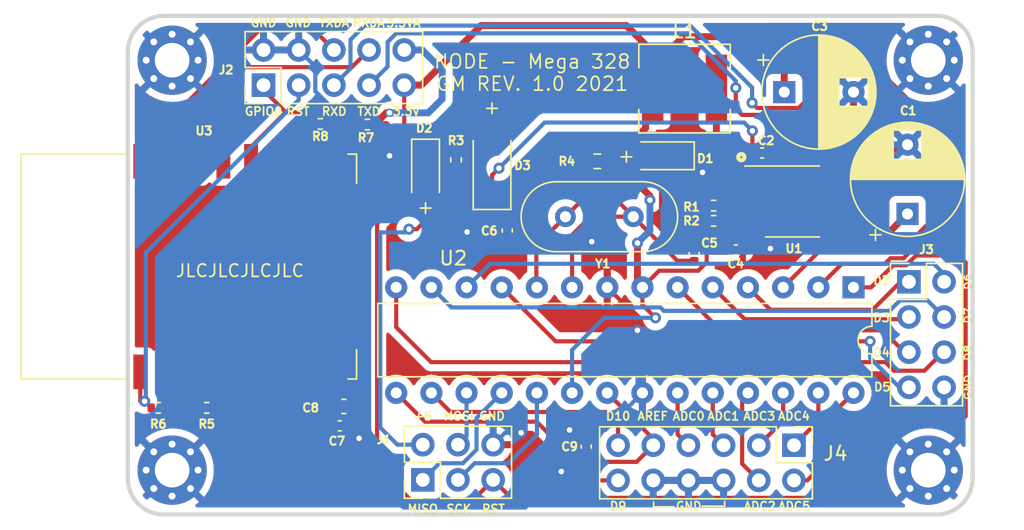
<source format=kicad_pcb>
(kicad_pcb (version 20211014) (generator pcbnew)
  (layers (0 "F.Cu" signal) (31 "B.Cu" signal) (34 "B.Paste" user) (35 "F.Paste" user) (36 "B.SilkS" user "B.Silkscreen") (37 "F.SilkS" user "F.Silkscreen") (38 "B.Mask" user) (39 "F.Mask" user) (44 "Edge.Cuts" user))
  (net 0 "")
  (net 1 "GND")
  (net 2 "+12V")
  (net 3 "+3V3")
  (net 4 "/XTAL1")
  (net 5 "/XTAL2")
  (net 6 "+3.3VA")
  (net 7 "/AREF")
  (net 8 "Net-(D1-Pad1)")
  (net 9 "/RESET")
  (net 10 "+5V")
  (net 11 "/MOSI")
  (net 12 "/SCK")
  (net 13 "/MISO")
  (net 14 "/RXDA")
  (net 15 "/TXD")
  (net 16 "/TXDA")
  (net 17 "/RXD")
  (net 18 "/RST")
  (net 19 "/GPIO0")
  (net 20 "/D10")
  (net 21 "/D9")
  (net 22 "/D8")
  (net 23 "/ADC5")
  (net 24 "/D7")
  (net 25 "/ADC4")
  (net 26 "/D6")
  (net 27 "/ADC3")
  (net 28 "/D5")
  (net 29 "/ADC2")
  (net 30 "/D4")
  (net 31 "/ADC1")
  (net 32 "/D3")
  (net 33 "/ADC0")
  (net 34 "/D2")
  (net 35 "Net-(R1-Pad1)")
  (net 36 "/EN")
  (net 37 "Net-(R8-Pad1)")
  (footprint "Capacitor_THT:CP_Radial_D8.0mm_P5.00mm" (layer "F.Cu") (at 165.3 93.3 90)
    (fp_text reference "C1")
    (fp_text value "470uF/35V")
  )
  (footprint "Capacitor_SMD:C_0402_1005Metric" (layer "F.Cu") (at 154.8 88.9)
    (fp_text reference "C2")
    (fp_text value "100nF")
  )
  (footprint "Capacitor_THT:CP_Radial_D8.0mm_P5.00mm" (layer "F.Cu") (at 156.4 84.5)
    (fp_text reference "C3")
    (fp_text value "330uF/35V")
  )
  (footprint "Capacitor_SMD:C_0402_1005Metric" (layer "F.Cu") (at 152.9 95.9)
    (fp_text reference "C4")
    (fp_text value "100nF")
  )
  (footprint "Capacitor_SMD:C_0402_1005Metric" (layer "F.Cu") (at 149.9 96.2 90)
    (fp_text reference "C5")
    (fp_text value "22pF")
  )
  (footprint "Capacitor_SMD:C_0402_1005Metric" (layer "F.Cu") (at 136.4 94.5 -90)
    (fp_text reference "C6")
    (fp_text value "22pF")
  )
  (footprint "Capacitor_SMD:C_0402_1005Metric" (layer "F.Cu") (at 124.3 108.6)
    (fp_text reference "C7")
    (fp_text value "100nF")
  )
  (footprint "Capacitor_SMD:C_0402_1005Metric" (layer "F.Cu") (at 142.1 110.1 90)
    (fp_text reference "C9")
    (fp_text value "100nF")
  )
  (footprint "Diode_SMD:D_SOD-123F" (layer "F.Cu") (at 147.7 89.1 180)
    (fp_text reference "D1")
    (fp_text value "B5819W")
  )
  (footprint "Diode_SMD:D_SOD-123F" (layer "F.Cu") (at 130.5 90.1 -90)
    (fp_text reference "D2")
    (fp_text value "1N4148")
  )
  (footprint "Diode_SMD:D_SOD-128" (layer "F.Cu") (at 135.3 89.9 90)
    (fp_text reference "D3")
    (fp_text value "M7")
  )
  (footprint "MountingHole:MountingHole_2.5mm_Pad_Via" (layer "F.Cu") (at 166.8 111.8)
    (fp_text reference "H1")
    (fp_text value "MountingHole_Pad")
  )
  (footprint "MountingHole:MountingHole_2.5mm_Pad_Via" (layer "F.Cu") (at 112.2 111.8)
    (fp_text reference "H2")
    (fp_text value "MountingHole_Pad")
  )
  (footprint "MountingHole:MountingHole_2.5mm_Pad_Via" (layer "F.Cu") (at 166.8 82.2)
    (fp_text reference "H3")
    (fp_text value "MountingHole_Pad")
  )
  (footprint "MountingHole:MountingHole_2.5mm_Pad_Via" (layer "F.Cu") (at 112.2 82.2)
    (fp_text reference "H4")
    (fp_text value "MountingHole_Pad")
  )
  (footprint "Connector_PinHeader_2.54mm:PinHeader_2x05_P2.54mm_Vertical" (layer "F.Cu") (at 118.8 84 90)
    (fp_text reference "J2")
    (fp_text value "ESP Prog")
  )
  (footprint "JLCPCB:L_6.0x6.0x4.5-SWPA-Sunlord" (layer "F.Cu") (at 149.2 84.25 180)
    (fp_text reference "L1")
    (fp_text value "47uH/2A")
  )
  (footprint "Resistor_SMD:R_0402_1005Metric" (layer "F.Cu") (at 151.3 92.7 180)
    (fp_text reference "R1")
    (fp_text value "1k")
  )
  (footprint "Resistor_SMD:R_0402_1005Metric" (layer "F.Cu") (at 151.3 93.8)
    (fp_text reference "R2")
    (fp_text value "1.8k")
  )
  (footprint "Resistor_SMD:R_0402_1005Metric" (layer "F.Cu") (at 132.7 89.4 -90)
    (fp_text reference "R3")
    (fp_text value "10k")
  )
  (footprint "Resistor_SMD:R_0603_1608Metric" (layer "F.Cu") (at 142.9 89.5)
    (fp_text reference "R4")
    (fp_text value "1M")
  )
  (footprint "Resistor_SMD:R_0402_1005Metric" (layer "F.Cu") (at 114.7 107.3 180)
    (fp_text reference "R5")
    (fp_text value "10k")
  )
  (footprint "Resistor_SMD:R_0402_1005Metric" (layer "F.Cu") (at 111.2 107.3 180)
    (fp_text reference "R6")
    (fp_text value "10k")
  )
  (footprint "Resistor_SMD:R_0402_1005Metric" (layer "F.Cu") (at 126.3 86.85 180)
    (fp_text reference "R7")
    (fp_text value "10k")
  )
  (footprint "Resistor_SMD:R_0402_1005Metric" (layer "F.Cu") (at 122.9 86.8)
    (fp_text reference "R8")
    (fp_text value "10k")
  )
  (footprint "Package_SO:SOP-8_3.9x4.9mm_P1.27mm" (layer "F.Cu") (at 157 92.4)
    (fp_text reference "U1")
    (fp_text value "XL1509-ADJE1")
  )
  (footprint "RF_Module:ESP-12E" (layer "F.Cu") (at 113.4 97.1 90)
    (fp_text reference "U3")
    (fp_text value "ESP-12F")
  )
  (footprint "Capacitor_SMD:C_0603_1608Metric" (layer "F.Cu") (at 124.6 107.2)
    (fp_text reference "C8")
    (fp_text value "10uF")
  )
  (footprint "Package_DIP:DIP-28_W7.62mm" (layer "F.Cu") (at 161.4 98.6 -90)
    (fp_text reference "U2")
    (fp_text value "ATmega328P-PU")
  )
  (footprint "Connector_PinHeader_2.54mm:PinHeader_2x03_P2.54mm_Vertical" (layer "F.Cu") (at 130.3 112.5 90)
    (fp_text reference "J1")
    (fp_text value "ICSP")
  )
  (footprint "Crystal:Crystal_HC18-U_Vertical" (layer "F.Cu") (at 145.5 93.5 180)
    (fp_text reference "Y1")
    (fp_text value "16Mhz")
  )
  (footprint "Connector_PinHeader_2.54mm:PinHeader_2x04_P2.54mm_Vertical" (layer "F.Cu") (at 165.4 98.2)
    (fp_text reference "J3")
    (fp_text value "GPIO1")
  )
  (footprint "Connector_PinHeader_2.54mm:PinHeader_2x06_P2.54mm_Vertical" (layer "F.Cu") (at 157.1 110 -90)
    (fp_text reference "J4")
    (fp_text value "GPIO2")
  )
  (gr_line (start 146.9644 114.0968) (end 146.9644 114.4524) (layer "F.SilkS") (width 0.12))
  (gr_circle (center 153.3 89.2) (end 153.523607 89.2) (layer "F.SilkS") (width 0.3) (fill none))
  (gr_line (start 150.4696 114.4016) (end 152.0952 114.4016) (layer "F.SilkS") (width 0.12))
  (gr_line (start 146.9644 114.4524) (end 148.4376 114.4524) (layer "F.SilkS") (width 0.12))
  (gr_line (start 152.0952 114.4016) (end 152.0952 114.046) (layer "F.SilkS") (width 0.12))
  (gr_line (start 109 112.4) (end 109 81.6) (layer "Edge.Cuts") (width 0.3))
  (gr_arc (start 167.4 79) (mid 169.238478 79.761522) (end 170 81.6) (layer "Edge.Cuts") (width 0.3))
  (gr_arc (start 170 112.4) (mid 169.238478 114.238478) (end 167.4 115) (layer "Edge.Cuts") (width 0.3))
  (gr_arc (start 111.6 115) (mid 109.761522 114.238478) (end 109 112.4) (layer "Edge.Cuts") (width 0.3))
  (gr_arc (start 109 81.6) (mid 109.761522 79.761522) (end 111.6 79) (layer "Edge.Cuts") (width 0.3))
  (gr_line (start 111.6 79) (end 167.4 79) (layer "Edge.Cuts") (width 0.3))
  (gr_line (start 170 81.6) (end 170 112.4) (layer "Edge.Cuts") (width 0.3))
  (gr_line (start 167.4 115) (end 111.6 115) (layer "Edge.Cuts") (width 0.3))
  (gr_text "RST" (at 135.4 114.6) (layer "F.SilkS") (effects (font (size 0.6 0.6) (thickness 0.125))))
  (gr_text "SCK" (at 132.9 114.6) (layer "F.SilkS") (effects (font (size 0.6 0.6) (thickness 0.125))))
  (gr_text "MISO" (at 130.3 114.6) (layer "F.SilkS") (effects (font (size 0.6 0.6) (thickness 0.125))))
  (gr_text "+5" (at 130.3 107.9) (layer "F.SilkS") (effects (font (size 0.6 0.6) (thickness 0.125))))
  (gr_text "MOSI" (at 132.9 107.9) (layer "F.SilkS") (effects (font (size 0.6 0.6) (thickness 0.125))))
  (gr_text "GND" (at 135.3 107.9) (layer "F.SilkS") (effects (font (size 0.6 0.6) (thickness 0.125))))
  (gr_text "+" (at 135.3 85.6) (layer "F.SilkS") (effects (font (size 1 1) (thickness 0.125))))
  (gr_text "+" (at 145 89.1) (layer "F.SilkS") (effects (font (size 1 1) (thickness 0.125))))
  (gr_text "+" (at 130.5 92.8) (layer "F.SilkS") (effects (font (size 1 1) (thickness 0.125))))
  (gr_text "D10" (at 144.4 107.9) (layer "F.SilkS") (effects (font (size 0.6 0.6) (thickness 0.125))))
  (gr_text "AREF" (at 146.9 107.9) (layer "F.SilkS") (effects (font (size 0.6 0.6) (thickness 0.125))))
  (gr_text "ADC0" (at 149.5 107.9) (layer "F.SilkS") (effects (font (size 0.6 0.6) (thickness 0.125))))
  (gr_text "ADC1" (at 152 107.9) (layer "F.SilkS") (effects (font (size 0.6 0.6) (thickness 0.125))))
  (gr_text "ADC3" (at 154.6 107.9) (layer "F.SilkS") (effects (font (size 0.6 0.6) (thickness 0.125))))
  (gr_text "ADC4" (at 157.1 107.9) (layer "F.SilkS") (effects (font (size 0.6 0.6) (thickness 0.125))))
  (gr_text "ADC5" (at 157.1244 114.4016) (layer "F.SilkS") (effects (font (size 0.6 0.6) (thickness 0.125))))
  (gr_text "ADC2" (at 154.6352 114.4016) (layer "F.SilkS") (effects (font (size 0.6 0.6) (thickness 0.125))))
  (gr_text "D9" (at 144.4 114.4016) (layer "F.SilkS") (effects (font (size 0.6 0.6) (thickness 0.125))))
  (gr_text "D2" (at 163.4236 98.1) (layer "F.SilkS") (effects (font (size 0.6 0.6) (thickness 0.125))))
  (gr_text "D3" (at 163.4236 100.8) (layer "F.SilkS") (effects (font (size 0.6 0.6) (thickness 0.125))))
  (gr_text "D4" (at 163.4236 103.3) (layer "F.SilkS") (effects (font (size 0.6 0.6) (thickness 0.125))))
  (gr_text "D5" (at 163.4744 105.8) (layer "F.SilkS") (effects (font (size 0.6 0.6) (thickness 0.125))))
  (gr_text "D8" (at 169.6212 103.3272 90) (layer "F.SilkS") (effects (font (size 0.4 0.6) (thickness 0.1))))
  (gr_text "D7" (at 169.6212 100.6348 90) (layer "F.SilkS") (effects (font (size 0.4 0.6) (thickness 0.1))))
  (gr_text "D6" (at 169.6212 98.1964 90) (layer "F.SilkS") (effects (font (size 0.4 0.6) (thickness 0.1))))
  (gr_text "GND" (at 169.6212 105.8164 90) (layer "F.SilkS") (effects (font (size 0.4 0.6) (thickness 0.1))))
  (gr_text "GND" (at 118.8 79.5) (layer "F.SilkS") (effects (font (size 0.6 0.6) (thickness 0.125))))
  (gr_text "GND" (at 121.3 79.5) (layer "F.SilkS") (effects (font (size 0.6 0.6) (thickness 0.125))))
  (gr_text "TXDA" (at 123.9 79.5) (layer "F.SilkS") (effects (font (size 0.6 0.6) (thickness 0.125))))
  (gr_text "RXDA" (at 126.4 79.5) (layer "F.SilkS") (effects (font (size 0.6 0.6) (thickness 0.125))))
  (gr_text "3.3VA" (at 128.9 79.5) (layer "F.SilkS") (effects (font (size 0.6 0.6) (thickness 0.125))))
  (gr_text "GPIO0" (at 118.8 85.9) (layer "F.SilkS") (effects (font (size 0.6 0.6) (thickness 0.125))))
  (gr_text "RST" (at 121.3 85.9) (layer "F.SilkS") (effects (font (size 0.6 0.6) (thickness 0.125))))
  (gr_text "RXD" (at 123.9 85.9) (layer "F.SilkS") (effects (font (size 0.6 0.6) (thickness 0.125))))
  (gr_text "TXD" (at 126.4 85.9) (layer "F.SilkS") (effects (font (size 0.6 0.6) (thickness 0.125))))
  (gr_text "3.3V" (at 129.1 85.9) (layer "F.SilkS") (effects (font (size 0.6 0.6) (thickness 0.125))))
  (gr_text "NODE - Mega 328\nGM REV. 1.0 2021" (at 138.2 83.1) (layer "F.SilkS") (effects (font (size 1 1) (thickness 0.125))))
  (gr_text "JLCJLCJLCJLC" (at 117.1 97.4) (layer "F.SilkS") (effects (font (size 0.9 0.9) (thickness 0.125))))
  (gr_text "GND" (at 149.5044 114.4016) (layer "F.SilkS") (effects (font (size 0.6 0.6) (thickness 0.125))))
  (segment (start 157.7 88.9) (end 159.295 90.495) (width 0.5) (layer "F.Cu") (net 1))
  (segment (start 159.625 90.495) (end 160.605 90.495) (width 0.5) (layer "F.Cu") (net 1))
  (segment (start 153.48 95.8) (end 153.38 95.9) (width 0.5) (layer "F.Cu") (net 1))
  (segment (start 159.295 90.495) (end 159.625 90.495) (width 0.5) (layer "F.Cu") (net 1))
  (segment (start 150.5 90.3) (end 150.5 92.41) (width 0.5) (layer "F.Cu") (net 1))
  (segment (start 147.5 90.3) (end 146.3 89.1) (width 0.5) (layer "F.Cu") (net 1))
  (segment (start 143.62 98.6) (end 143.62 96.42) (width 0.5) (layer "F.Cu") (net 1))
  (segment (start 155.28 88.9) (end 157.7 88.9) (width 0.5) (layer "F.Cu") (net 1))
  (segment (start 133.5 94.6) (end 134.2 95.3) (width 0.5) (layer "F.Cu") (net 1))
  (segment (start 137.4 109.1) (end 140.2 111.9) (width 0.3) (layer "F.Cu") (net 1))
  (segment (start 121.34 81.46) (end 118.8 81.46) (width 0.3) (layer "F.Cu") (net 1))
  (segment (start 143.62 98.6) (end 145.8 100.78) (width 0.3) (layer "F.Cu") (net 1))
  (segment (start 125.375 107.2) (end 125.375 108.005) (width 0.5) (layer "F.Cu") (net 1))
  (segment (start 125.68 109.5) (end 124.78 108.6) (width 0.3) (layer "F.Cu") (net 1))
  (segment (start 159.625 90.495) (end 159.625 94.305) (width 0.5) (layer "F.Cu") (net 1))
  (segment (start 134.2 95.3) (end 136.08 95.3) (width 0.5) (layer "F.Cu") (net 1))
  (segment (start 127.9 89.1) (end 124.3 89.1) (width 0.5) (layer "F.Cu") (net 1))
  (segment (start 149.9 95.72) (end 148.82 95.72) (width 0.3) (layer "F.Cu") (net 1))
  (segment (start 165 88.6) (end 165.3 88.3) (width 0.5) (layer "F.Cu") (net 1))
  (segment (start 140.9 108.9) (end 141.38 108.9) (width 0.5) (layer "F.Cu") (net 1))
  (segment (start 161.4 87.5) (end 162.5 88.6) (width 0.5) (layer "F.Cu") (net 1))
  (segment (start 149.3 90.3) (end 147.5 90.3) (width 0.5) (layer "F.Cu") (net 1))
  (segment (start 125.7 109.5) (end 125.68 109.5) (width 0.3) (layer "F.Cu") (net 1))
  (segment (start 141.38 108.9) (end 142.1 109.62) (width 0.5) (layer "F.Cu") (net 1))
  (segment (start 161.4 84.5) (end 161.4 87.5) (width 0.5) (layer "F.Cu") (net 1))
  (segment (start 140.2 111.9) (end 140.3 111.9) (width 0.3) (layer "F.Cu") (net 1))
  (segment (start 143.62 96.42) (end 142.5 95.3) (width 0.5) (layer "F.Cu") (net 1))
  (segment (start 150.5 92.41) (end 150.79 92.7) (width 0.5) (layer "F.Cu") (net 1))
  (segment (start 145.8 100.78) (end 145.8 101.7) (width 0.3) (layer "F.Cu") (net 1))
  (segment (start 147.5 94.4) (end 147.5 90.3) (width 0.3) (layer "F.Cu") (net 1))
  (segment (start 136.08 95.3) (end 136.4 94.98) (width 0.5) (layer "F.Cu") (net 1))
  (segment (start 148.82 95.72) (end 147.5 94.4) (width 0.3) (layer "F.Cu") (net 1))
  (segment (start 155.4 95.8) (end 153.48 95.8) (width 0.5) (layer "F.Cu") (net 1))
  (segment (start 124.3 89.1) (end 123.9 89.5) (width 0.5) (layer "F.Cu") (net 1))
  (segment (start 150.5 90.3) (end 149.3 90.3) (width 0.5) (layer "F.Cu") (net 1))
  (segment (start 162.5 88.6) (end 165 88.6) (width 0.5) (layer "F.Cu") (net 1))
  (segment (start 160.605 90.495) (end 162.5 88.6) (width 0.5) (layer "F.Cu") (net 1))
  (segment (start 125.375 108.005) (end 124.78 108.6) (width 0.5) (layer "F.Cu") (net 1))
  (via (at 125.7 109.5) (size 0.8) (drill 0.4) (layers "F.Cu" "B.Cu") (net 1))
  (via (at 140.9 108.9) (size 0.8) (drill 0.4) (layers "F.Cu" "B.Cu") (net 1))
  (via (at 155.4 95.8) (size 0.8) (drill 0.4) (layers "F.Cu" "B.Cu") (net 1))
  (via (at 137.4 109.1) (size 0.8) (drill 0.4) (layers "F.Cu" "B.Cu") (net 1))
  (via (at 150.5 90.3) (size 0.8) (drill 0.4) (layers "F.Cu" "B.Cu") (net 1))
  (via (at 133.5 94.6) (size 0.8) (drill 0.4) (layers "F.Cu" "B.Cu") (net 1))
  (via (at 127.9 89.1) (size 0.8) (drill 0.4) (layers "F.Cu" "B.Cu") (net 1))
  (via (at 140.3 111.9) (size 0.8) (drill 0.4) (layers "F.Cu" "B.Cu") (net 1))
  (via (at 145.8 101.7) (size 0.8) (drill 0.4) (layers "F.Cu" "B.Cu") (net 1))
  (via (at 142.5 95.3) (size 0.8) (drill 0.4) (layers "F.Cu" "B.Cu") (net 1))
  (segment (start 139.2 90.3) (end 138 91.5) (width 0.5) (layer "B.Cu") (net 1))
  (segment (start 127.9 89.1) (end 127.9 88.2) (width 0.3) (layer "B.Cu") (net 1))
  (segment (start 138 91.5) (end 136.2 91.5) (width 0.5) (layer "B.Cu") (net 1))
  (segment (start 137.7 114.5) (end 128.9 114.5) (width 0.3) (layer "B.Cu") (net 1))
  (segment (start 158.5 88.3) (end 156.9 89.9) (width 0.5) (layer "B.Cu") (net 1))
  (segment (start 137.4 109.1) (end 136.24 109.1) (width 0.3) (layer "B.Cu") (net 1))
  (segment (start 123.603998 85.5) (end 122.540001 84.436003) (width 0.3) (layer "B.Cu") (net 1))
  (segment (start 155.7 95.8) (end 155.4 95.8) (width 0.5) (layer "B.Cu") (net 1))
  (segment (start 131.3 94.6) (end 128 91.3) (width 0.5) (layer "B.Cu") (net 1))
  (segment (start 145.8 105.86) (end 146.16 106.22) (width 0.3) (layer "B.Cu") (net 1))
  (segment (start 140.9 111.3) (end 137.7 114.5) (width 0.3) (layer "B.Cu") (net 1))
  (segment (start 165.3 88.3) (end 158.5 88.3) (width 0.5) (layer "B.Cu") (net 1))
  (segment (start 125.7 111.3) (end 125.7 109.5) (width 0.3) (layer "B.Cu") (net 1))
  (segment (start 136.24 109.1) (end 135.38 109.96) (width 0.3) (layer "B.Cu") (net 1))
  (segment (start 156.9 94.6) (end 155.7 95.8) (width 0.5) (layer "B.Cu") (net 1))
  (segment (start 140.9 108.9) (end 140.9 111.3) (width 0.3) (layer "B.Cu") (net 1))
  (segment (start 142.5 95.3) (end 134.2 95.3) (width 0.5) (layer "B.Cu") (net 1))
  (segment (start 122.540001 84.436003) (end 122.540001 82.660001) (width 0.3) (layer "B.Cu") (net 1))
  (segment (start 156.9 89.9) (end 150.8 89.9) (width 0.5) (layer "B.Cu") (net 1))
  (segment (start 136.2 91.5) (end 133.5 94.2) (width 0.5) (layer "B.Cu") (net 1))
  (segment (start 128.9 114.5) (end 125.7 111.3) (width 0.3) (layer "B.Cu") (net 1))
  (segment (start 128 89.2) (end 127.9 89.1) (width 0.5) (layer "B.Cu") (net 1))
  (segment (start 133.5 94.6) (end 131.3 94.6) (width 0.5) (layer "B.Cu") (net 1))
  (segment (start 143.48 108.9) (end 140.9 108.9) (width 0.3) (layer "B.Cu") (net 1))
  (segment (start 127.9 88.2) (end 125.2 85.5) (width 0.3) (layer "B.Cu") (net 1))
  (segment (start 133.5 94.2) (end 133.5 94.6) (width 0.5) (layer "B.Cu") (net 1))
  (segment (start 145.8 101.7) (end 145.8 105.86) (width 0.3) (layer "B.Cu") (net 1))
  (segment (start 150.8 89.9) (end 150.5 90.2) (width 0.5) (layer "B.Cu") (net 1))
  (segment (start 125.2 85.5) (end 123.603998 85.5) (width 0.3) (layer "B.Cu") (net 1))
  (segment (start 146.16 106.22) (end 143.48 108.9) (width 0.3) (layer "B.Cu") (net 1))
  (segment (start 128 91.3) (end 128 89.2) (width 0.5) (layer "B.Cu") (net 1))
  (segment (start 156.9 89.9) (end 156.9 94.6) (width 0.5) (layer "B.Cu") (net 1))
  (segment (start 150.5 90.3) (end 139.2 90.3) (width 0.5) (layer "B.Cu") (net 1))
  (segment (start 150.5 90.2) (end 150.5 90.3) (width 0.5) (layer "B.Cu") (net 1))
  (segment (start 122.540001 82.660001) (end 121.34 81.46) (width 0.3) (layer "B.Cu") (net 1))
  (segment (start 134.2 95.3) (end 133.5 94.6) (width 0.5) (layer "B.Cu") (net 1))
  (segment (start 156.095 92.823475) (end 158.671491 95.399966) (width 0.5) (layer "F.Cu") (net 2))
  (segment (start 158.671491 95.399966) (end 163.200034 95.399966) (width 0.5) (layer "F.Cu") (net 2))
  (segment (start 154.32 90.44) (end 154.375 90.495) (width 0.5) (layer "F.Cu") (net 2))
  (segment (start 154.375 90.495) (end 155.2 90.495) (width 0.5) (layer "F.Cu") (net 2))
  (segment (start 135.3 92.1) (end 135.3 90.5) (width 0.3) (layer "F.Cu") (net 2))
  (segment (start 154.32 88.9) (end 154.32 90.44) (width 0.5) (layer "F.Cu") (net 2))
  (segment (start 135.3 90.5) (end 135.8 90) (width 0.3) (layer "F.Cu") (net 2))
  (segment (start 155.2 90.495) (end 156.095 91.39) (width 0.5) (layer "F.Cu") (net 2))
  (segment (start 163.200034 95.399966) (end 165.3 93.3) (width 0.5) (layer "F.Cu") (net 2))
  (segment (start 154.1 87.3) (end 154.1 88.68) (width 0.3) (layer "F.Cu") (net 2))
  (segment (start 156.095 91.39) (end 156.095 92.823475) (width 0.5) (layer "F.Cu") (net 2))
  (segment (start 154.1 88.68) (end 154.32 88.9) (width 0.3) (layer "F.Cu") (net 2))
  (via (at 135.8 90) (size 0.8) (drill 0.4) (layers "F.Cu" "B.Cu") (net 2))
  (via (at 154.1 87.3) (size 0.8) (drill 0.4) (layers "F.Cu" "B.Cu") (net 2))
  (segment (start 153.5 86.7) (end 154.1 87.3) (width 0.3) (layer "B.Cu") (net 2))
  (segment (start 139.1 86.7) (end 153.5 86.7) (width 0.3) (layer "B.Cu") (net 2))
  (segment (start 135.8 90) (end 139.1 86.7) (width 0.3) (layer "B.Cu") (net 2))
  (segment (start 128.96 87.16) (end 130.5 88.7) (width 0.3) (layer "F.Cu") (net 3))
  (segment (start 145 79.7) (end 146.9 81.6) (width 0.5) (layer "F.Cu") (net 3))
  (segment (start 146.389998 84.760002) (end 146.9 84.25) (width 0.5) (layer "F.Cu") (net 3))
  (segment (start 152.22 96.1) (end 152.42 95.9) (width 0.3) (layer "F.Cu") (net 3))
  (segment (start 132.51 88.7) (end 132.7 88.89) (width 0.3) (layer "F.Cu") (net 3))
  (segment (start 150.79 93.8) (end 150.79 96.09) (width 0.3) (layer "F.Cu") (net 3))
  (segment (start 146.7 92) (end 146.7 92.3) (width 0.5) (layer "F.Cu") (net 3))
  (segment (start 150.8 96.78298) (end 150.18298 97.4) (width 0.3) (layer "F.Cu") (net 3))
  (segment (start 130.2 84) (end 134.5 79.7) (width 0.5) (layer "F.Cu") (net 3))
  (segment (start 128.96 84) (end 130.2 84) (width 0.5) (layer "F.Cu") (net 3))
  (segment (start 150.18298 97.4) (end 147.36 97.4) (width 0.3) (layer "F.Cu") (net 3))
  (segment (start 146.9 81.6) (end 146.9 84.25) (width 0.5) (layer "F.Cu") (net 3))
  (segment (start 149.1 80.5) (end 154.9 80.5) (width 0.5) (layer "F.Cu") (net 3))
  (segment (start 145.8 98.24) (end 146.16 98.6) (width 0.5) (layer "F.Cu") (net 3))
  (segment (start 128.96 84) (end 128.96 87.16) (width 0.3) (layer "F.Cu") (net 3))
  (segment (start 130.5 88.7) (end 132.51 88.7) (width 0.3) (layer "F.Cu") (net 3))
  (segment (start 146.16 99.86) (end 147.1 100.8) (width 0.3) (layer "F.Cu") (net 3))
  (segment (start 147.36 97.4) (end 146.16 98.6) (width 0.3) (layer "F.Cu") (net 3))
  (segment (start 146.389998 87.1) (end 145.1 88.389998) (width 0.5) (layer "F.Cu") (net 3))
  (segment (start 156.4 82) (end 156.4 84.5) (width 0.5) (layer "F.Cu") (net 3))
  (segment (start 150.79 96.09) (end 150.8 96.1) (width 0.3) (layer "F.Cu") (net 3))
  (segment (start 150.8 96.1) (end 152.22 96.1) (width 0.3) (layer "F.Cu") (net 3))
  (segment (start 154.9 80.5) (end 156.4 82) (width 0.5) (layer "F.Cu") (net 3))
  (segment (start 146.9 82.7) (end 149.1 80.5) (width 0.5) (layer "F.Cu") (net 3))
  (segment (start 145.1 88.389998) (end 145.1 90.4) (width 0.5) (layer "F.Cu") (net 3))
  (segment (start 145.1 90.4) (end 146.7 92) (width 0.5) (layer "F.Cu") (net 3))
  (segment (start 146.389998 87.1) (end 146.389998 84.760002) (width 0.5) (layer "F.Cu") (net 3))
  (segment (start 146.16 98.6) (end 146.16 99.86) (width 0.3) (layer "F.Cu") (net 3))
  (segment (start 145.8 95.4) (end 145.8 98.24) (width 0.5) (layer "F.Cu") (net 3))
  (segment (start 134.5 79.7) (end 145 79.7) (width 0.5) (layer "F.Cu") (net 3))
  (segment (start 150.8 96.1) (end 150.8 96.78298) (width 0.3) (layer "F.Cu") (net 3))
  (via (at 146.7 92.3) (size 0.8) (drill 0.4) (layers "F.Cu" "B.Cu") (net 3))
  (via (at 145.8 95.4) (size 0.8) (drill 0.4) (layers "F.Cu" "B.Cu") (net 3))
  (via (at 147.1 100.8) (size 0.8) (drill 0.4) (layers "F.Cu" "B.Cu") (net 3))
  (segment (start 146.7 94.5) (end 145.8 95.4) (width 0.5) (layer "B.Cu") (net 3))
  (segment (start 146.7 92.3) (end 146.7 94.5) (width 0.5) (layer "B.Cu") (net 3))
  (segment (start 141.08 103.12) (end 141.08 106.22) (width 0.3) (layer "B.Cu") (net 3))
  (segment (start 147.1 100.8) (end 143.4 100.8) (width 0.3) (layer "B.Cu") (net 3))
  (segment (start 143.4 100.8) (end 141.08 103.12) (width 0.3) (layer "B.Cu") (net 3))
  (segment (start 149.9 96.68) (end 148.68 96.68) (width 0.3) (layer "F.Cu") (net 4))
  (segment (start 141.08 94.82) (end 141.08 98.6) (width 0.3) (layer "F.Cu") (net 4))
  (segment (start 145.5 93.5) (end 142.4 93.5) (width 0.3) (layer "F.Cu") (net 4))
  (segment (start 143.725 91.725) (end 145.5 93.5) (width 0.3) (layer "F.Cu") (net 4))
  (segment (start 143.725 89.5) (end 143.725 91.725) (width 0.3) (layer "F.Cu") (net 4))
  (segment (start 142.4 93.5) (end 141.08 94.82) (width 0.3) (layer "F.Cu") (net 4))
  (segment (start 148.68 96.68) (end 145.5 93.5) (width 0.3) (layer "F.Cu") (net 4))
  (segment (start 142.075 92.025) (end 140.6 93.5) (width 0.3) (layer "F.Cu") (net 5))
  (segment (start 138.5 98.56) (end 138.54 98.6) (width 0.3) (layer "F.Cu") (net 5))
  (segment (start 136.92 94.02) (end 138.5 95.6) (width 0.3) (layer "F.Cu") (net 5))
  (segment (start 138.5 95.6) (end 140.6 93.5) (width 0.3) (layer "F.Cu") (net 5))
  (segment (start 142.075 89.5) (end 142.075 92.025) (width 0.3) (layer "F.Cu") (net 5))
  (segment (start 136.4 94.02) (end 136.92 94.02) (width 0.3) (layer "F.Cu") (net 5))
  (segment (start 138.5 95.6) (end 138.5 98.56) (width 0.3) (layer "F.Cu") (net 5))
  (segment (start 123.9 107.125) (end 123.825 107.2) (width 0.5) (layer "F.Cu") (net 6))
  (segment (start 111.71 107.3) (end 111.9 107.3) (width 0.3) (layer "F.Cu") (net 6))
  (segment (start 123.3 104.1) (end 123.3 93.7176) (width 0.5) (layer "F.Cu") (net 6))
  (segment (start 115.21 107.3) (end 115.21 107.615) (width 0.3) (layer "F.Cu") (net 6))
  (segment (start 127.65 86.85) (end 126.81 86.85) (width 0.5) (layer "F.Cu") (net 6))
  (segment (start 123.825 108.595) (end 123.82 108.6) (width 0.5) (layer "F.Cu") (net 6))
  (segment (start 123.3 93.7176) (end 123.952 93.0656) (width 0.5) (layer "F.Cu") (net 6))
  (segment (start 127.66 86) (end 126.81 86.85) (width 0.5) (layer "F.Cu") (net 6))
  (segment (start 123.9 104.7) (end 123.9 107.125) (width 0.5) (layer "F.Cu") (net 6))
  (segment (start 127.9 86) (end 127.66 86) (width 0.5) (layer "F.Cu") (net 6))
  (segment (start 128.8 90.9608) (end 128.8 88) (width 0.5) (layer "F.Cu") (net 6))
  (segment (start 123.952 93.0656) (end 126.6952 93.0656) (width 0.5) (layer "F.Cu") (net 6))
  (segment (start 115.525 107.3) (end 115.21 107.3) (width 0.3) (layer "F.Cu") (net 6))
  (segment (start 113.1 108.5) (end 114.325 108.5) (width 0.3) (layer "F.Cu") (net 6))
  (segment (start 115.21 107.615) (end 114.325 108.5) (width 0.3) (layer "F.Cu") (net 6))
  (segment (start 126.6952 93.0656) (end 128.8 90.9608) (width 0.5) (layer "F.Cu") (net 6))
  (segment (start 128.8 88) (end 127.65 86.85) (width 0.5) (layer "F.Cu") (net 6))
  (segment (start 111.9 107.3) (end 113.1 108.5) (width 0.3) (layer "F.Cu") (net 6))
  (segment (start 123.9 104.7) (end 123.3 104.1) (width 0.5) (layer "F.Cu") (net 6))
  (segment (start 123.825 107.2) (end 123.825 108.595) (width 0.5) (layer "F.Cu") (net 6))
  (segment (start 123.725 107.3) (end 123.825 107.2) (width 0.3) (layer "F.Cu") (net 6))
  (segment (start 115.525 107.3) (end 123.725 107.3) (width 0.3) (layer "F.Cu") (net 6))
  (via (at 127.9 86) (size 0.6) (drill 0.4) (layers "F.Cu" "B.Cu") (net 6))
  (segment (start 130.26 81.46) (end 128.96 81.46) (width 0.5) (layer "B.Cu") (net 6))
  (segment (start 131.7 82.9) (end 130.26 81.46) (width 0.5) (layer "B.Cu") (net 6))
  (segment (start 131.7 85) (end 131.7 82.9) (width 0.5) (layer "B.Cu") (net 6))
  (segment (start 130.7 86) (end 131.7 85) (width 0.5) (layer "B.Cu") (net 6))
  (segment (start 127.9 86) (end 130.7 86) (width 0.5) (layer "B.Cu") (net 6))
  (segment (start 145.74 111.2) (end 146.94 110) (width 0.3) (layer "F.Cu") (net 7))
  (segment (start 146.94 109.54) (end 146.94 110) (width 0.3) (layer "F.Cu") (net 7))
  (segment (start 142.72 111.2) (end 145.74 111.2) (width 0.3) (layer "F.Cu") (net 7))
  (segment (start 142.1 110.58) (end 142.72 111.2) (width 0.3) (layer "F.Cu") (net 7))
  (segment (start 143.62 106.22) (end 146.94 109.54) (width 0.3) (layer "F.Cu") (net 7))
  (segment (start 151.5 84.25) (end 151.5 88.1) (width 0.5) (layer "F.Cu") (net 8))
  (segment (start 150.5 89.1) (end 149.1 89.1) (width 0.5) (layer "F.Cu") (net 8))
  (segment (start 153.971456 91.765) (end 151.306456 89.1) (width 0.5) (layer "F.Cu") (net 8))
  (segment (start 154.375 91.765) (end 153.971456 91.765) (width 0.5) (layer "F.Cu") (net 8))
  (segment (start 151.306456 89.1) (end 150.5 89.1) (width 0.5) (layer "F.Cu") (net 8))
  (segment (start 151.5 88.1) (end 150.5 89.1) (width 0.5) (layer "F.Cu") (net 8))
  (segment (start 164.269999 96.999999) (end 165.214246 96.999998) (width 0.3) (layer "F.Cu") (net 9))
  (segment (start 168.994842 96.300042) (end 169.5 96.8052) (width 0.3) (layer "F.Cu") (net 9))
  (segment (start 160.8 108.2) (end 160.4 108.6) (width 0.3) (layer "F.Cu") (net 9))
  (segment (start 169.5 96.8052) (end 169.5 107.9) (width 0.3) (layer "F.Cu") (net 9))
  (segment (start 160.4 108.6) (end 160.4 112.3) (width 0.3) (layer "F.Cu") (net 9))
  (segment (start 169.2 108.2) (end 160.8 108.2) (width 0.3) (layer "F.Cu") (net 9))
  (segment (start 127 94) (end 129.5 91.5) (width 0.3) (layer "F.Cu") (net 9))
  (segment (start 136.229999 113.349999) (end 135.38 112.5) (width 0.3) (layer "F.Cu") (net 9))
  (segment (start 165.214246 96.999998) (end 165.914202 96.300042) (width 0.3) (layer "F.Cu") (net 9))
  (segment (start 169.5 107.9) (end 169.2 108.2) (width 0.3) (layer "F.Cu") (net 9))
  (segment (start 161.4 98.6) (end 162.669998 98.6) (width 0.3) (layer "F.Cu") (net 9))
  (segment (start 133.78 114.1) (end 129.569998 114.1) (width 0.3) (layer "F.Cu") (net 9))
  (segment (start 129.569998 114.1) (end 127 111.530002) (width 0.3) (layer "F.Cu") (net 9))
  (segment (start 136.68 113.8) (end 136.229999 113.349999) (width 0.3) (layer "F.Cu") (net 9))
  (segment (start 135.38 112.5) (end 133.78 114.1) (width 0.3) (layer "F.Cu") (net 9))
  (segment (start 132.7 90.5) (end 132.7 89.91) (width 0.3) (layer "F.Cu") (net 9))
  (segment (start 158.9 113.8) (end 136.68 113.8) (width 0.3) (layer "F.Cu") (net 9))
  (segment (start 131.7 91.5) (end 132.7 90.5) (width 0.3) (layer "F.Cu") (net 9))
  (segment (start 130.5 91.5) (end 131.7 91.5) (width 0.3) (layer "F.Cu") (net 9))
  (segment (start 162.669998 98.6) (end 164.269999 96.999999) (width 0.3) (layer "F.Cu") (net 9))
  (segment (start 165.914202 96.300042) (end 168.994842 96.300042) (width 0.3) (layer "F.Cu") (net 9))
  (segment (start 160.4 112.3) (end 158.9 113.8) (width 0.3) (layer "F.Cu") (net 9))
  (segment (start 127 111.530002) (end 127 94) (width 0.3) (layer "F.Cu") (net 9))
  (segment (start 129.5 91.5) (end 130.5 91.5) (width 0.3) (layer "F.Cu") (net 9))
  (segment (start 129.865685 94.4) (end 135.3 88.965685) (width 0.3) (layer "F.Cu") (net 10))
  (segment (start 135.3 88.965685) (end 135.3 87.7) (width 0.3) (layer "F.Cu") (net 10))
  (segment (start 129.3 94.4) (end 129.865685 94.4) (width 0.3) (layer "F.Cu") (net 10))
  (via (at 129.3 94.4) (size 0.8) (drill 0.4) (layers "F.Cu" "B.Cu") (net 10))
  (segment (start 130.3 109.96) (end 128.46 109.96) (width 0.3) (layer "B.Cu") (net 10))
  (segment (start 127.229999 108.729999) (end 127.229999 94.629999) (width 0.3) (layer "B.Cu") (net 10))
  (segment (start 128.46 109.96) (end 127.229999 108.729999) (width 0.3) (layer "B.Cu") (net 10))
  (segment (start 127.229999 94.629999) (end 129.070001 94.629999) (width 0.3) (layer "B.Cu") (net 10))
  (segment (start 129.070001 94.629999) (end 129.3 94.4) (width 0.3) (layer "B.Cu") (net 10))
  (segment (start 133.46 106.22) (end 133.46 109.34) (width 0.3) (layer "B.Cu") (net 11))
  (segment (start 133.46 109.34) (end 132.84 109.96) (width 0.3) (layer "B.Cu") (net 11))
  (segment (start 136.500001 111.299999) (end 134.040001 111.299999) (width 0.3) (layer "B.Cu") (net 12))
  (segment (start 134.040001 111.299999) (end 132.84 112.5) (width 0.3) (layer "B.Cu") (net 12))
  (segment (start 138.54 109.26) (end 136.500001 111.299999) (width 0.3) (layer "B.Cu") (net 12))
  (segment (start 138.54 106.22) (end 138.54 109.26) (width 0.3) (layer "B.Cu") (net 12))
  (segment (start 134.179999 110.320001) (end 133.200001 111.299999) (width 0.3) (layer "B.Cu") (net 13))
  (segment (start 131.500001 111.299999) (end 130.3 112.5) (width 0.3) (layer "B.Cu") (net 13))
  (segment (start 136 106.22) (end 134.179999 108.040001) (width 0.3) (layer "B.Cu") (net 13))
  (segment (start 133.200001 111.299999) (end 131.500001 111.299999) (width 0.3) (layer "B.Cu") (net 13))
  (segment (start 134.179999 108.040001) (end 134.179999 110.320001) (width 0.3) (layer "B.Cu") (net 13))
  (segment (start 111.9 88) (end 111.9 89.5) (width 0.3) (layer "F.Cu") (net 14))
  (segment (start 125.18 82.7) (end 117.2 82.7) (width 0.3) (layer "F.Cu") (net 14))
  (segment (start 126.42 81.46) (end 125.18 82.7) (width 0.3) (layer "F.Cu") (net 14))
  (segment (start 117.2 82.7) (end 111.9 88) (width 0.3) (layer "F.Cu") (net 14))
  (segment (start 152.9 84.2) (end 152.9 85.7) (width 0.3) (layer "F.Cu") (net 15))
  (segment (start 167.5 88.3536) (end 167.5 93.3) (width 0.3) (layer "F.Cu") (net 15))
  (segment (start 164.800023 95.999977) (end 158.920023 95.999977) (width 0.3) (layer "F.Cu") (net 15))
  (segment (start 167.5 93.3) (end 164.800023 95.999977) (width 0.3) (layer "F.Cu") (net 15))
  (segment (start 158.045588 86.150012) (end 160.845601 83.349999) (width 0.3) (layer "F.Cu") (net 15))
  (segment (start 162.496399 83.349999) (end 167.5 88.3536) (width 0.3) (layer "F.Cu") (net 15))
  (segment (start 160.845601 83.349999) (end 162.496399 83.349999) (width 0.3) (layer "F.Cu") (net 15))
  (segment (start 158.920023 95.999977) (end 156.32 98.6) (width 0.3) (layer "F.Cu") (net 15))
  (segment (start 152.9 85.7) (end 153.350012 86.150012) (width 0.3) (layer "F.Cu") (net 15))
  (segment (start 153.350012 86.150012) (end 158.045588 86.150012) (width 0.3) (layer "F.Cu") (net 15))
  (via (at 152.9 84.2) (size 0.8) (drill 0.4) (layers "F.Cu" "B.Cu") (net 15))
  (segment (start 128.383999 80.259999) (end 149.459999 80.259999) (width 0.3) (layer "B.Cu") (net 15))
  (segment (start 127.759999 80.883999) (end 128.383999 80.259999) (width 0.3) (layer "B.Cu") (net 15))
  (segment (start 149.459999 80.259999) (end 152.9 83.7) (width 0.3) (layer "B.Cu") (net 15))
  (segment (start 127.759999 82.660001) (end 127.759999 80.883999) (width 0.3) (layer "B.Cu") (net 15))
  (segment (start 152.9 83.7) (end 152.9 84.2) (width 0.3) (layer "B.Cu") (net 15))
  (segment (start 126.42 84) (end 127.759999 82.660001) (width 0.3) (layer "B.Cu") (net 15))
  (segment (start 109.9 88.6264) (end 118.7264 79.8) (width 0.3) (layer "F.Cu") (net 16))
  (segment (start 109.9 89.5) (end 109.9 88.6264) (width 0.3) (layer "F.Cu") (net 16))
  (segment (start 118.7264 79.8) (end 122.22 79.8) (width 0.3) (layer "F.Cu") (net 16))
  (segment (start 122.22 79.8) (end 123.88 81.46) (width 0.3) (layer "F.Cu") (net 16))
  (segment (start 162.907111 82.599989) (end 160.492889 82.599989) (width 0.3) (layer "F.Cu") (net 17))
  (segment (start 154.449469 85.650001) (end 154.077735 85.278267) (width 0.3) (layer "F.Cu") (net 17))
  (segment (start 165.007134 96.499988) (end 168.000011 93.507111) (width 0.3) (layer "F.Cu") (net 17))
  (segment (start 160.492889 82.599989) (end 157.442877 85.650001) (width 0.3) (layer "F.Cu") (net 17))
  (segment (start 163.662876 96.9) (end 164.062888 96.499988) (width 0.3) (layer "F.Cu") (net 17))
  (segment (start 160.56 96.9) (end 163.662876 96.9) (width 0.3) (layer "F.Cu") (net 17))
  (segment (start 168.000011 93.507111) (end 168.000011 87.692889) (width 0.3) (layer "F.Cu") (net 17))
  (segment (start 157.442877 85.650001) (end 154.449469 85.650001) (width 0.3) (layer "F.Cu") (net 17))
  (segment (start 168.000011 87.692889) (end 162.907111 82.599989) (width 0.3) (layer "F.Cu") (net 17))
  (segment (start 164.062888 96.499988) (end 165.007134 96.499988) (width 0.3) (layer "F.Cu") (net 17))
  (segment (start 158.86 98.6) (end 160.56 96.9) (width 0.3) (layer "F.Cu") (net 17))
  (via (at 154.077735 85.278267) (size 0.8) (drill 0.4) (layers "F.Cu" "B.Cu") (net 17))
  (segment (start 123.88 84) (end 125.080001 82.799999) (width 0.3) (layer "B.Cu") (net 17))
  (segment (start 149.607122 79.7) (end 154.077735 84.170613) (width 0.3) (layer "B.Cu") (net 17))
  (segment (start 125.080001 80.719999) (end 126.1 79.7) (width 0.3) (layer "B.Cu") (net 17))
  (segment (start 125.080001 82.799999) (end 125.080001 80.719999) (width 0.3) (layer "B.Cu") (net 17))
  (segment (start 154.077735 84.170613) (end 154.077735 85.278267) (width 0.3) (layer "B.Cu") (net 17))
  (segment (start 126.1 79.7) (end 149.607122 79.7) (width 0.3) (layer "B.Cu") (net 17))
  (segment (start 109.9 106.825) (end 110.215 106.825) (width 0.3) (layer "F.Cu") (net 18))
  (segment (start 109.9 104.7) (end 109.9 106.825) (width 0.3) (layer "F.Cu") (net 18))
  (segment (start 110.215 106.825) (end 110.69 107.3) (width 0.3) (layer "F.Cu") (net 18))
  (via (at 110.215 106.825) (size 0.8) (drill 0.4) (layers "F.Cu" "B.Cu") (net 18))
  (segment (start 121.34 85.06) (end 110.3 96.1) (width 0.3) (layer "B.Cu") (net 18))
  (segment (start 110.3 106.74) (end 110.215 106.825) (width 0.3) (layer "B.Cu") (net 18))
  (segment (start 110.3 96.1) (end 110.3 106.74) (width 0.3) (layer "B.Cu") (net 18))
  (segment (start 121.34 84) (end 121.34 85.06) (width 0.3) (layer "B.Cu") (net 18))
  (segment (start 121.0056 85.9496) (end 120.4 85.9496) (width 0.3) (layer "F.Cu") (net 19))
  (segment (start 120.4 85.9496) (end 117.9 88.4496) (width 0.3) (layer "F.Cu") (net 19))
  (segment (start 118.8 84) (end 118.8 84.3496) (width 0.3) (layer "F.Cu") (net 19))
  (segment (start 117.9 88.4496) (end 117.9 89.5) (width 0.3) (layer "F.Cu") (net 19))
  (segment (start 118.8 84.3496) (end 120.4 85.9496) (width 0.3) (layer "F.Cu") (net 19))
  (segment (start 125.79 86.85) (end 124.8936 85.9536) (width 0.3) (layer "F.Cu") (net 19))
  (segment (start 124.8936 85.9536) (end 120.7536 85.9536) (width 0.3) (layer "F.Cu") (net 19))
  (segment (start 132.3 107.6) (end 143.5 107.6) (width 0.3) (layer "F.Cu") (net 20))
  (segment (start 143.5 107.6) (end 144.4 108.5) (width 0.3) (layer "F.Cu") (net 20))
  (segment (start 144.4 108.5) (end 144.4 110) (width 0.3) (layer "F.Cu") (net 20))
  (segment (start 130.92 106.22) (end 132.3 107.6) (width 0.3) (layer "F.Cu") (net 20))
  (segment (start 142.75702 112.54) (end 144.4 112.54) (width 0.3) (layer "F.Cu") (net 21))
  (segment (start 130.46 108.3) (end 138.51702 108.3) (width 0.3) (layer "F.Cu") (net 21))
  (segment (start 138.51702 108.3) (end 142.75702 112.54) (width 0.3) (layer "F.Cu") (net 21))
  (segment (start 128.38 106.22) (end 130.46 108.3) (width 0.3) (layer "F.Cu") (net 21))
  (segment (start 163.7 104) (end 164.319999 104.619999) (width 0.3) (layer "F.Cu") (net 22))
  (segment (start 167.859998 103.28) (end 167.94 103.28) (width 0.3) (layer "F.Cu") (net 22))
  (segment (start 166.519999 104.619999) (end 167.859998 103.28) (width 0.3) (layer "F.Cu") (net 22))
  (segment (start 130.9 104) (end 163.7 104) (width 0.3) (layer "F.Cu") (net 22))
  (segment (start 128.38 98.6) (end 128.38 101.48) (width 0.3) (layer "F.Cu") (net 22))
  (segment (start 128.38 101.48) (end 130.9 104) (width 0.3) (layer "F.Cu") (net 22))
  (segment (start 164.319999 104.619999) (end 166.519999 104.619999) (width 0.3) (layer "F.Cu") (net 22))
  (segment (start 159.8 107.82) (end 159.8 110.8) (width 0.3) (layer "F.Cu") (net 23))
  (segment (start 159.8 110.8) (end 158.06 112.54) (width 0.3) (layer "F.Cu") (net 23))
  (segment (start 158.06 112.54) (end 157.1 112.54) (width 0.3) (layer "F.Cu") (net 23))
  (segment (start 161.4 106.22) (end 159.8 107.82) (width 0.3) (layer "F.Cu") (net 23))
  (segment (start 147.460001 100.049999) (end 147.710002 100.3) (width 0.3) (layer "B.Cu") (net 24))
  (segment (start 147.710002 100.3) (end 164 100.3) (width 0.3) (layer "B.Cu") (net 24))
  (segment (start 132.369999 100.049999) (end 147.460001 100.049999) (width 0.3) (layer "B.Cu") (net 24))
  (segment (start 167.090001 99.890001) (end 167.94 100.74) (width 0.3) (layer "B.Cu") (net 24))
  (segment (start 130.92 98.6) (end 132.369999 100.049999) (width 0.3) (layer "B.Cu") (net 24))
  (segment (start 164.760001 99.539999) (end 166.739999 99.539999) (width 0.3) (layer "B.Cu") (net 24))
  (segment (start 166.739999 99.539999) (end 167.090001 99.890001) (width 0.3) (layer "B.Cu") (net 24))
  (segment (start 164 100.3) (end 164.760001 99.539999) (width 0.3) (layer "B.Cu") (net 24))
  (segment (start 158.86 108.24) (end 157.1 110) (width 0.3) (layer "F.Cu") (net 25))
  (segment (start 158.86 106.22) (end 158.86 108.24) (width 0.3) (layer "F.Cu") (net 25))
  (segment (start 133.46 98.6) (end 135.16 96.9) (width 0.3) (layer "B.Cu") (net 26))
  (segment (start 135.16 96.9) (end 167.2 96.9) (width 0.3) (layer "B.Cu") (net 26))
  (segment (start 167.2 96.9) (end 167.94 97.64) (width 0.3) (layer "B.Cu") (net 26))
  (segment (start 167.94 97.64) (end 167.94 98.2) (width 0.3) (layer "B.Cu") (net 26))
  (segment (start 156.32 106.22) (end 156.32 108.24) (width 0.3) (layer "F.Cu") (net 27))
  (segment (start 156.32 108.24) (end 154.56 110) (width 0.3) (layer "F.Cu") (net 27))
  (segment (start 136 98.6) (end 139.9 102.5) (width 0.3) (layer "F.Cu") (net 28))
  (segment (start 139.9 102.5) (end 162.6 102.5) (width 0.3) (layer "F.Cu") (net 28))
  (via (at 162.6 102.5) (size 0.8) (drill 0.4) (layers "F.Cu" "B.Cu") (net 28))
  (segment (start 162.6 103.7) (end 164.72 105.82) (width 0.3) (layer "B.Cu") (net 28))
  (segment (start 164.72 105.82) (end 165.4 105.82) (width 0.3) (layer "B.Cu") (net 28))
  (segment (start 162.6 102.5) (end 162.6 103.7) (width 0.3) (layer "B.Cu") (net 28))
  (segment (start 153.359999 106.640001) (end 153.359999 111.339999) (width 0.3) (layer "F.Cu") (net 29))
  (segment (start 153.78 106.22) (end 153.359999 106.640001) (width 0.3) (layer "F.Cu") (net 29))
  (segment (start 153.359999 111.339999) (end 154.56 112.54) (width 0.3) (layer "F.Cu") (net 29))
  (segment (start 165.08 103.28) (end 165.4 103.28) (width 0.3) (layer "F.Cu") (net 30))
  (segment (start 148.7 98.6) (end 151.8 101.7) (width 0.3) (layer "F.Cu") (net 30))
  (segment (start 151.8 101.7) (end 163.5 101.7) (width 0.3) (layer "F.Cu") (net 30))
  (segment (start 163.5 101.7) (end 165.08 103.28) (width 0.3) (layer "F.Cu") (net 30))
  (segment (start 151.24 109.22) (end 152.02 110) (width 0.3) (layer "F.Cu") (net 31))
  (segment (start 151.24 106.22) (end 151.24 109.22) (width 0.3) (layer "F.Cu") (net 31))
  (segment (start 153.54 100.9) (end 165.24 100.9) (width 0.3) (layer "F.Cu") (net 32))
  (segment (start 151.24 98.6) (end 153.54 100.9) (width 0.3) (layer "F.Cu") (net 32))
  (segment (start 165.24 100.9) (end 165.4 100.74) (width 0.3) (layer "F.Cu") (net 32))
  (segment (start 148.7 109.22) (end 149.48 110) (width 0.3) (layer "F.Cu") (net 33))
  (segment (start 148.7 106.22) (end 148.7 109.22) (width 0.3) (layer "F.Cu") (net 33))
  (segment (start 164.8 98.2) (end 165.4 98.2) (width 0.3) (layer "F.Cu") (net 34))
  (segment (start 155.4 100.22) (end 162.78 100.22) (width 0.3) (layer "F.Cu") (net 34))
  (segment (start 153.78 98.6) (end 155.4 100.22) (width 0.3) (layer "F.Cu") (net 34))
  (segment (start 162.78 100.22) (end 164.8 98.2) (width 0.3) (layer "F.Cu") (net 34))
  (segment (start 154.375 93.035) (end 152.145 93.035) (width 0.3) (layer "F.Cu") (net 35))
  (segment (start 152.145 93.035) (end 151.81 92.7) (width 0.3) (layer "F.Cu") (net 35))
  (segment (start 151.81 92.7) (end 151.81 93.8) (width 0.3) (layer "F.Cu") (net 35))
  (segment (start 114.19 104.99) (end 113.9 104.7) (width 0.3) (layer "F.Cu") (net 36))
  (segment (start 114.19 107.3) (end 114.19 104.99) (width 0.3) (layer "F.Cu") (net 36))
  (segment (start 121.9 87.0912) (end 121.9 89.5) (width 0.3) (layer "F.Cu") (net 37))
  (segment (start 122.1912 86.8) (end 121.9 87.0912) (width 0.3) (layer "F.Cu") (net 37))
  (segment (start 122.39 86.8) (end 122.1912 86.8) (width 0.3) (layer "F.Cu") (net 37))
  (zone (net 1) (net_name "GND") (layer "F.Cu") (connect_pads (clearance 0.508)) (min_thickness 0.254) (fill yes (thermal_gap 0.508) (thermal_bridge_width 0.508))
    (polygon (pts (xy 170 115) (xy 109 115) (xy 109 79) (xy 170 79)))
  )
  (zone (net 1) (net_name "GND") (layer "B.Cu") (connect_pads (clearance 0.508)) (min_thickness 0.254) (fill yes (thermal_gap 0.508) (thermal_bridge_width 0.508))
    (polygon (pts (xy 170 115) (xy 109 115) (xy 109 79) (xy 170 79)))
  )
)
</source>
